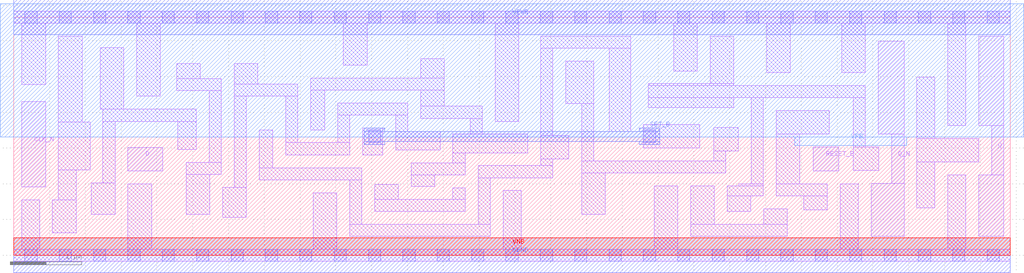
<source format=lef>
# Copyright 2020 The SkyWater PDK Authors
#
# Licensed under the Apache License, Version 2.0 (the "License");
# you may not use this file except in compliance with the License.
# You may obtain a copy of the License at
#
#     https://www.apache.org/licenses/LICENSE-2.0
#
# Unless required by applicable law or agreed to in writing, software
# distributed under the License is distributed on an "AS IS" BASIS,
# WITHOUT WARRANTIES OR CONDITIONS OF ANY KIND, either express or implied.
# See the License for the specific language governing permissions and
# limitations under the License.
#
# SPDX-License-Identifier: Apache-2.0

VERSION 5.7 ;
  NOWIREEXTENSIONATPIN ON ;
  DIVIDERCHAR "/" ;
  BUSBITCHARS "[]" ;
MACRO sky130_fd_sc_lp__dfbbn_1
  CLASS CORE ;
  FOREIGN sky130_fd_sc_lp__dfbbn_1 ;
  ORIGIN  0.000000  0.000000 ;
  SIZE  13.92000 BY  3.330000 ;
  SYMMETRY X Y R90 ;
  SITE unit ;
  PIN D
    ANTENNAGATEAREA  0.126000 ;
    DIRECTION INPUT ;
    USE SIGNAL ;
    PORT
      LAYER li1 ;
        RECT 1.595000 1.180000 2.080000 1.510000 ;
    END
  END D
  PIN Q
    ANTENNADIFFAREA  0.598500 ;
    DIRECTION OUTPUT ;
    USE SIGNAL ;
    PORT
      LAYER li1 ;
        RECT 13.475000 0.265000 13.830000 1.125000 ;
        RECT 13.475000 1.815000 13.830000 3.065000 ;
        RECT 13.660000 1.125000 13.830000 1.815000 ;
    END
  END Q
  PIN Q_N
    ANTENNADIFFAREA  0.585900 ;
    DIRECTION OUTPUT ;
    USE SIGNAL ;
    PORT
      LAYER li1 ;
        RECT 11.975000 0.265000 12.435000 1.005000 ;
        RECT 12.075000 1.695000 12.435000 2.995000 ;
        RECT 12.265000 1.005000 12.435000 1.695000 ;
    END
  END Q_N
  PIN RESET_B
    ANTENNAGATEAREA  0.159000 ;
    DIRECTION INPUT ;
    USE SIGNAL ;
    PORT
      LAYER li1 ;
        RECT 11.165000 1.180000 11.520000 1.515000 ;
    END
  END RESET_B
  PIN SET_B
    ANTENNAGATEAREA  0.444000 ;
    DIRECTION INPUT ;
    USE SIGNAL ;
    PORT
      LAYER met1 ;
        RECT 4.895000 1.550000 5.185000 1.595000 ;
        RECT 4.895000 1.595000 9.025000 1.735000 ;
        RECT 4.895000 1.735000 5.185000 1.780000 ;
        RECT 8.735000 1.550000 9.025000 1.595000 ;
        RECT 8.735000 1.735000 9.025000 1.780000 ;
    END
  END SET_B
  PIN CLK_N
    ANTENNAGATEAREA  0.159000 ;
    DIRECTION INPUT ;
    USE CLOCK ;
    PORT
      LAYER li1 ;
        RECT 0.115000 0.955000 0.445000 2.150000 ;
    END
  END CLK_N
  PIN VGND
    DIRECTION INOUT ;
    USE GROUND ;
    PORT
      LAYER met1 ;
        RECT 0.000000 -0.245000 13.920000 0.245000 ;
    END
  END VGND
  PIN VNB
    DIRECTION INOUT ;
    USE GROUND ;
    PORT
      LAYER pwell ;
        RECT 0.000000 0.000000 13.920000 0.245000 ;
    END
  END VNB
  PIN VPB
    DIRECTION INOUT ;
    USE POWER ;
    PORT
      LAYER nwell ;
        RECT -0.190000 1.655000 14.110000 3.520000 ;
        RECT 10.910000 1.535000 12.475000 1.655000 ;
    END
  END VPB
  PIN VPWR
    DIRECTION INOUT ;
    USE POWER ;
    PORT
      LAYER met1 ;
        RECT 0.000000 3.085000 13.920000 3.575000 ;
    END
  END VPWR
  OBS
    LAYER li1 ;
      RECT  0.000000 -0.085000 13.920000 0.085000 ;
      RECT  0.000000  3.245000 13.920000 3.415000 ;
      RECT  0.110000  0.085000  0.360000 0.775000 ;
      RECT  0.115000  2.385000  0.445000 3.245000 ;
      RECT  0.540000  0.315000  0.870000 0.775000 ;
      RECT  0.625000  0.775000  0.870000 1.195000 ;
      RECT  0.625000  1.195000  1.065000 1.865000 ;
      RECT  0.625000  1.865000  0.955000 3.065000 ;
      RECT  1.085000  0.575000  1.415000 1.015000 ;
      RECT  1.205000  2.045000  1.535000 2.905000 ;
      RECT  1.245000  1.015000  1.415000 1.875000 ;
      RECT  1.245000  1.875000  2.550000 2.045000 ;
      RECT  1.595000  0.085000  1.925000 1.000000 ;
      RECT  1.715000  2.225000  2.045000 3.245000 ;
      RECT  2.275000  2.305000  2.900000 2.475000 ;
      RECT  2.275000  2.475000  2.605000 2.685000 ;
      RECT  2.290000  1.480000  2.550000 1.875000 ;
      RECT  2.410000  0.575000  2.740000 1.130000 ;
      RECT  2.410000  1.130000  2.900000 1.300000 ;
      RECT  2.730000  1.300000  2.900000 2.305000 ;
      RECT  2.920000  0.530000  3.250000 0.950000 ;
      RECT  3.080000  0.950000  3.250000 2.225000 ;
      RECT  3.080000  2.225000  3.970000 2.395000 ;
      RECT  3.080000  2.395000  3.410000 2.685000 ;
      RECT  3.430000  1.055000  4.860000 1.225000 ;
      RECT  3.430000  1.225000  3.620000 1.750000 ;
      RECT  3.800000  1.405000  4.695000 1.575000 ;
      RECT  3.800000  1.575000  3.970000 2.225000 ;
      RECT  4.150000  1.755000  4.345000 2.310000 ;
      RECT  4.150000  2.310000  6.015000 2.480000 ;
      RECT  4.180000  0.085000  4.510000 0.875000 ;
      RECT  4.525000  1.575000  4.695000 1.960000 ;
      RECT  4.525000  1.960000  5.505000 2.130000 ;
      RECT  4.605000  2.660000  4.935000 3.245000 ;
      RECT  4.690000  0.265000  6.655000 0.435000 ;
      RECT  4.690000  0.435000  4.860000 1.055000 ;
      RECT  4.875000  1.405000  5.155000 1.780000 ;
      RECT  5.040000  0.615000  6.305000 0.785000 ;
      RECT  5.040000  0.785000  5.370000 0.990000 ;
      RECT  5.335000  1.475000  5.955000 1.735000 ;
      RECT  5.335000  1.735000  5.505000 1.960000 ;
      RECT  5.550000  0.965000  5.880000 1.125000 ;
      RECT  5.550000  1.125000  6.305000 1.295000 ;
      RECT  5.685000  1.915000  6.545000 2.085000 ;
      RECT  5.685000  2.085000  6.015000 2.310000 ;
      RECT  5.685000  2.480000  6.015000 2.755000 ;
      RECT  6.135000  0.785000  6.305000 0.945000 ;
      RECT  6.135000  1.295000  6.305000 1.435000 ;
      RECT  6.135000  1.435000  7.180000 1.695000 ;
      RECT  6.375000  1.695000  6.545000 1.915000 ;
      RECT  6.485000  0.435000  6.655000 1.085000 ;
      RECT  6.485000  1.085000  7.530000 1.255000 ;
      RECT  6.725000  1.875000  7.055000 3.245000 ;
      RECT  6.835000  0.085000  7.085000 0.905000 ;
      RECT  7.360000  1.255000  7.530000 1.345000 ;
      RECT  7.360000  1.345000  7.750000 1.675000 ;
      RECT  7.360000  1.675000  7.530000 2.895000 ;
      RECT  7.360000  2.895000  8.615000 3.065000 ;
      RECT  7.710000  2.120000  8.100000 2.715000 ;
      RECT  7.930000  0.575000  8.260000 1.150000 ;
      RECT  7.930000  1.150000  9.945000 1.320000 ;
      RECT  7.930000  1.320000  8.100000 2.120000 ;
      RECT  8.320000  1.730000  8.615000 2.895000 ;
      RECT  8.795000  1.500000  9.580000 1.830000 ;
      RECT  8.860000  2.070000 10.055000 2.205000 ;
      RECT  8.860000  2.205000 11.895000 2.375000 ;
      RECT  8.860000  2.375000 10.055000 2.400000 ;
      RECT  8.945000  0.085000  9.275000 0.970000 ;
      RECT  9.215000  2.580000  9.545000 3.245000 ;
      RECT  9.455000  0.265000 10.805000 0.435000 ;
      RECT  9.455000  0.435000  9.785000 0.970000 ;
      RECT  9.725000  2.400000 10.055000 3.065000 ;
      RECT  9.775000  1.320000  9.945000 1.460000 ;
      RECT  9.775000  1.460000 10.120000 1.790000 ;
      RECT  9.965000  0.615000 10.295000 0.830000 ;
      RECT  9.965000  0.830000 10.470000 0.970000 ;
      RECT 10.125000  0.970000 10.470000 1.000000 ;
      RECT 10.300000  1.000000 10.470000 2.205000 ;
      RECT 10.475000  0.435000 10.805000 0.650000 ;
      RECT 10.515000  2.555000 10.845000 3.245000 ;
      RECT 10.650000  0.830000 11.365000 1.000000 ;
      RECT 10.650000  1.000000 10.980000 1.695000 ;
      RECT 10.650000  1.695000 11.390000 2.025000 ;
      RECT 11.035000  0.635000 11.365000 0.830000 ;
      RECT 11.545000  0.085000 11.795000 1.000000 ;
      RECT 11.565000  2.555000 11.895000 3.245000 ;
      RECT 11.725000  1.185000 12.085000 1.515000 ;
      RECT 11.725000  1.515000 11.895000 2.205000 ;
      RECT 12.615000  0.665000 12.865000 1.305000 ;
      RECT 12.615000  1.305000 13.480000 1.635000 ;
      RECT 12.615000  1.635000 12.865000 2.495000 ;
      RECT 13.045000  0.085000 13.295000 1.125000 ;
      RECT 13.045000  1.815000 13.295000 3.245000 ;
    LAYER mcon ;
      RECT  0.155000 -0.085000  0.325000 0.085000 ;
      RECT  0.155000  3.245000  0.325000 3.415000 ;
      RECT  0.635000 -0.085000  0.805000 0.085000 ;
      RECT  0.635000  3.245000  0.805000 3.415000 ;
      RECT  1.115000 -0.085000  1.285000 0.085000 ;
      RECT  1.115000  3.245000  1.285000 3.415000 ;
      RECT  1.595000 -0.085000  1.765000 0.085000 ;
      RECT  1.595000  3.245000  1.765000 3.415000 ;
      RECT  2.075000 -0.085000  2.245000 0.085000 ;
      RECT  2.075000  3.245000  2.245000 3.415000 ;
      RECT  2.555000 -0.085000  2.725000 0.085000 ;
      RECT  2.555000  3.245000  2.725000 3.415000 ;
      RECT  3.035000 -0.085000  3.205000 0.085000 ;
      RECT  3.035000  3.245000  3.205000 3.415000 ;
      RECT  3.515000 -0.085000  3.685000 0.085000 ;
      RECT  3.515000  3.245000  3.685000 3.415000 ;
      RECT  3.995000 -0.085000  4.165000 0.085000 ;
      RECT  3.995000  3.245000  4.165000 3.415000 ;
      RECT  4.475000 -0.085000  4.645000 0.085000 ;
      RECT  4.475000  3.245000  4.645000 3.415000 ;
      RECT  4.955000 -0.085000  5.125000 0.085000 ;
      RECT  4.955000  1.580000  5.125000 1.750000 ;
      RECT  4.955000  3.245000  5.125000 3.415000 ;
      RECT  5.435000 -0.085000  5.605000 0.085000 ;
      RECT  5.435000  3.245000  5.605000 3.415000 ;
      RECT  5.915000 -0.085000  6.085000 0.085000 ;
      RECT  5.915000  3.245000  6.085000 3.415000 ;
      RECT  6.395000 -0.085000  6.565000 0.085000 ;
      RECT  6.395000  3.245000  6.565000 3.415000 ;
      RECT  6.875000 -0.085000  7.045000 0.085000 ;
      RECT  6.875000  3.245000  7.045000 3.415000 ;
      RECT  7.355000 -0.085000  7.525000 0.085000 ;
      RECT  7.355000  3.245000  7.525000 3.415000 ;
      RECT  7.835000 -0.085000  8.005000 0.085000 ;
      RECT  7.835000  3.245000  8.005000 3.415000 ;
      RECT  8.315000 -0.085000  8.485000 0.085000 ;
      RECT  8.315000  3.245000  8.485000 3.415000 ;
      RECT  8.795000 -0.085000  8.965000 0.085000 ;
      RECT  8.795000  1.580000  8.965000 1.750000 ;
      RECT  8.795000  3.245000  8.965000 3.415000 ;
      RECT  9.275000 -0.085000  9.445000 0.085000 ;
      RECT  9.275000  3.245000  9.445000 3.415000 ;
      RECT  9.755000 -0.085000  9.925000 0.085000 ;
      RECT  9.755000  3.245000  9.925000 3.415000 ;
      RECT 10.235000 -0.085000 10.405000 0.085000 ;
      RECT 10.235000  3.245000 10.405000 3.415000 ;
      RECT 10.715000 -0.085000 10.885000 0.085000 ;
      RECT 10.715000  3.245000 10.885000 3.415000 ;
      RECT 11.195000 -0.085000 11.365000 0.085000 ;
      RECT 11.195000  3.245000 11.365000 3.415000 ;
      RECT 11.675000 -0.085000 11.845000 0.085000 ;
      RECT 11.675000  3.245000 11.845000 3.415000 ;
      RECT 12.155000 -0.085000 12.325000 0.085000 ;
      RECT 12.155000  3.245000 12.325000 3.415000 ;
      RECT 12.635000 -0.085000 12.805000 0.085000 ;
      RECT 12.635000  3.245000 12.805000 3.415000 ;
      RECT 13.115000 -0.085000 13.285000 0.085000 ;
      RECT 13.115000  3.245000 13.285000 3.415000 ;
      RECT 13.595000 -0.085000 13.765000 0.085000 ;
      RECT 13.595000  3.245000 13.765000 3.415000 ;
  END
END sky130_fd_sc_lp__dfbbn_1
END LIBRARY

</source>
